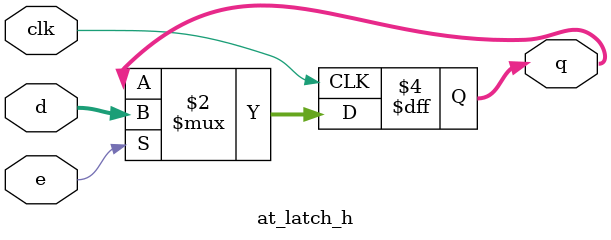
<source format=v>
/**************************************************************************
 *                                                                        *
 *               Copyright (C) 1994, Silicon Graphics, Inc.               *
 *                                                                        *
 *  These coded instructions, statements, and computer programs  contain  *
 *  unpublished  proprietary  information of Silicon Graphics, Inc., and  *
 *  are protected by Federal copyright  law.  They  may not be disclosed  *
 *  to  third  parties  or copied or duplicated in any form, in whole or  *
 *  in part, without the prior written consent of Silicon Graphics, Inc.  *
 *                                                                        *
 *************************************************************************/

// $Id: at_latch_h.v,v 1.4 2003/01/11 02:55:05 berndt Exp $

module at_latch_h(clk, e, d, q);

// synopsys template
parameter size = 8;

input clk;
input e;
input [size-1:0] d;
output [size-1:0] q;

reg [size-1:0] q;

always @(negedge clk) begin
	if (e) begin
		q	<=	d;
	end
end

endmodule

</source>
